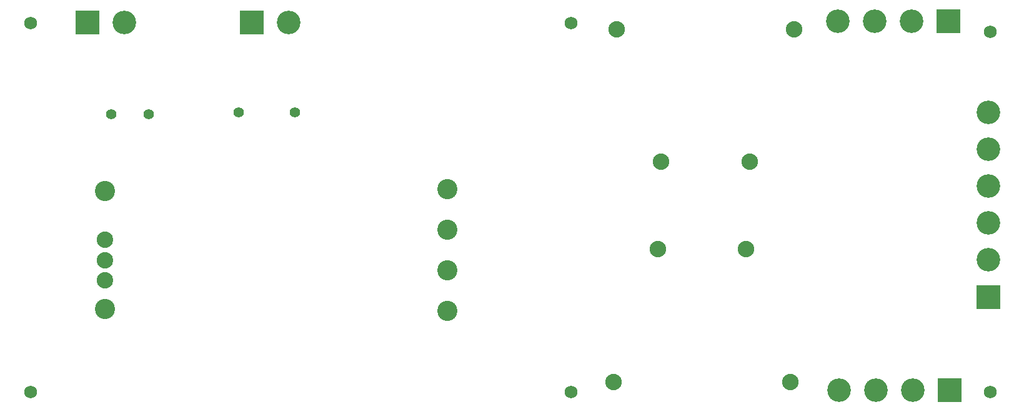
<source format=gbr>
%TF.GenerationSoftware,Altium Limited,Altium Designer,18.0.11 (651)*%
G04 Layer_Color=16711935*
%FSLAX26Y26*%
%MOIN*%
%TF.FileFunction,Soldermask,Bot*%
%TF.Part,Single*%
G01*
G75*
%TA.AperFunction,ComponentPad*%
%ADD33C,0.055244*%
%ADD34C,0.107606*%
%ADD35C,0.087921*%
%ADD36C,0.088000*%
%ADD37C,0.126110*%
%ADD38R,0.126110X0.126110*%
%ADD39R,0.126110X0.126110*%
%TA.AperFunction,WasherPad*%
%ADD40C,0.068000*%
D33*
X3995000Y3930000D02*
D03*
X3795000D02*
D03*
X4475000Y3940000D02*
D03*
X4775000D02*
D03*
D34*
X5587992Y2880197D02*
D03*
Y3096732D02*
D03*
Y3529803D02*
D03*
Y3313268D02*
D03*
X3762008Y3519961D02*
D03*
Y2890039D02*
D03*
D35*
Y3042402D02*
D03*
Y3259331D02*
D03*
Y3150669D02*
D03*
D36*
X6475118Y2500000D02*
D03*
X7420000D02*
D03*
X7183779Y3208661D02*
D03*
X6711339D02*
D03*
X7202110Y3675000D02*
D03*
X6729669D02*
D03*
X6493449Y4383661D02*
D03*
X7438331D02*
D03*
D37*
X7870000Y4425000D02*
D03*
X8066850D02*
D03*
X7673150D02*
D03*
X8475000Y3348150D02*
D03*
Y3151299D02*
D03*
Y3545000D02*
D03*
Y3741850D02*
D03*
Y3938701D02*
D03*
X4741850Y4420000D02*
D03*
X3865000D02*
D03*
X7678150Y2455000D02*
D03*
X8071850D02*
D03*
X7875000D02*
D03*
D38*
X8263701Y4425000D02*
D03*
X4545000Y4420000D02*
D03*
X3668150D02*
D03*
X8268701Y2455000D02*
D03*
D39*
X8475000Y2954449D02*
D03*
D40*
X8484961Y2446850D02*
D03*
X6250709D02*
D03*
X3366850D02*
D03*
X8484961Y4368662D02*
D03*
X6250709Y4415354D02*
D03*
X3366850D02*
D03*
%TF.MD5,9cd61699686bf5aa73007c9e3ed4b6ed*%
M02*

</source>
